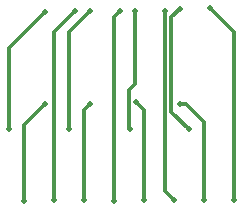
<source format=gbr>
%TF.GenerationSoftware,KiCad,Pcbnew,7.0.10-7.0.10~ubuntu22.04.1*%
%TF.CreationDate,2024-01-03T09:44:53-05:00*%
%TF.ProjectId,source-splitter,736f7572-6365-42d7-9370-6c6974746572,rev?*%
%TF.SameCoordinates,Original*%
%TF.FileFunction,Copper,L4,Bot*%
%TF.FilePolarity,Positive*%
%FSLAX46Y46*%
G04 Gerber Fmt 4.6, Leading zero omitted, Abs format (unit mm)*
G04 Created by KiCad (PCBNEW 7.0.10-7.0.10~ubuntu22.04.1) date 2024-01-03 09:44:53*
%MOMM*%
%LPD*%
G01*
G04 APERTURE LIST*
%TA.AperFunction,ViaPad*%
%ADD10C,0.508000*%
%TD*%
%TA.AperFunction,Conductor*%
%ADD11C,0.304800*%
%TD*%
G04 APERTURE END LIST*
D10*
%TO.N,/LED_3B*%
X36601400Y-30505400D03*
X36195000Y-40513000D03*
%TO.N,/LED_3A*%
X37338000Y-46482000D03*
X36703000Y-38227000D03*
%TO.N,/LED_4A*%
X34798000Y-46609000D03*
X35306000Y-30480000D03*
%TO.N,/LED_5B*%
X30988000Y-40513000D03*
X32766000Y-30480000D03*
%TO.N,/LED_5A*%
X32766000Y-38354000D03*
X32258000Y-46482000D03*
%TO.N,/LED_6A*%
X29718000Y-46482000D03*
X31496000Y-30480000D03*
%TO.N,/LED_7B*%
X28956000Y-30607000D03*
X25908000Y-40513000D03*
%TO.N,/LED_7A*%
X28956000Y-38354000D03*
X27178000Y-46609000D03*
%TO.N,/LED_2A*%
X39878000Y-46482000D03*
X39116000Y-30480000D03*
%TO.N,/LED_0A*%
X42926000Y-30226000D03*
X44958000Y-46482000D03*
%TO.N,/LED_1B*%
X41148000Y-40513000D03*
X40386000Y-30353000D03*
%TO.N,/LED_1A*%
X40386000Y-38354000D03*
X42418000Y-46482000D03*
%TD*%
D11*
%TO.N,/LED_3B*%
X36601400Y-30505400D02*
X36601400Y-36677600D01*
X36068000Y-40386000D02*
X36195000Y-40513000D01*
X36068000Y-37211000D02*
X36068000Y-40386000D01*
X36601400Y-36677600D02*
X36068000Y-37211000D01*
%TO.N,/LED_3A*%
X37338000Y-38862000D02*
X37338000Y-46482000D01*
X36703000Y-38227000D02*
X37338000Y-38862000D01*
%TO.N,/LED_4A*%
X35306000Y-30480000D02*
X34798000Y-30988000D01*
X34798000Y-30988000D02*
X34798000Y-46609000D01*
%TO.N,/LED_5B*%
X32766000Y-30480000D02*
X30988000Y-32258000D01*
X30988000Y-32258000D02*
X30988000Y-40513000D01*
%TO.N,/LED_5A*%
X32766000Y-38354000D02*
X32258000Y-38862000D01*
X32258000Y-38862000D02*
X32258000Y-46482000D01*
%TO.N,/LED_6A*%
X29718000Y-46482000D02*
X29718000Y-32258000D01*
X29718000Y-32258000D02*
X31496000Y-30480000D01*
%TO.N,/LED_7B*%
X25908000Y-40513000D02*
X25908000Y-33655000D01*
X25908000Y-33655000D02*
X28956000Y-30607000D01*
%TO.N,/LED_7A*%
X28956000Y-38354000D02*
X27178000Y-40132000D01*
X27178000Y-40132000D02*
X27178000Y-46609000D01*
%TO.N,/LED_2A*%
X39116000Y-45720000D02*
X39878000Y-46482000D01*
X39116000Y-30480000D02*
X39116000Y-45720000D01*
%TO.N,/LED_0A*%
X44958000Y-46482000D02*
X44958000Y-32258000D01*
X44958000Y-32258000D02*
X42926000Y-30226000D01*
%TO.N,/LED_1B*%
X39674800Y-31064200D02*
X39674800Y-39039800D01*
X40386000Y-30353000D02*
X39674800Y-31064200D01*
X39674800Y-39039800D02*
X41148000Y-40513000D01*
%TO.N,/LED_1A*%
X42037000Y-39497000D02*
X42418000Y-39878000D01*
X40386000Y-38354000D02*
X40894000Y-38354000D01*
X42418000Y-39878000D02*
X42418000Y-46482000D01*
X40894000Y-38354000D02*
X42037000Y-39497000D01*
%TD*%
M02*

</source>
